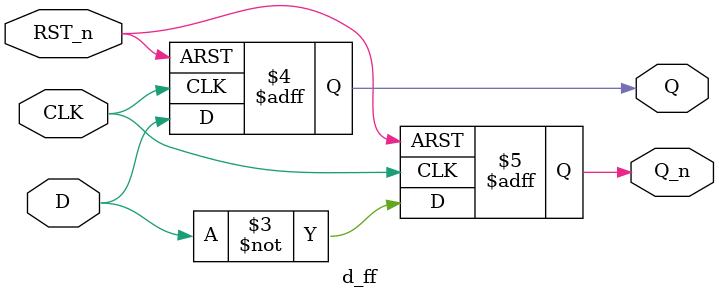
<source format=v>
`timescale 1ns / 1ps


module d_ff(
    input CLK,
    input RST_n,
    input D,
    output reg Q,
    output reg Q_n
    );
    
    always @(posedge CLK or negedge RST_n) begin
        if (RST_n == 1'b0) begin
            Q <=1'b0;
            Q_n <= 1'b1;
        end else if (CLK) begin
            Q <= D;
            Q_n <= ~D;
        end
    end            
    
endmodule

</source>
